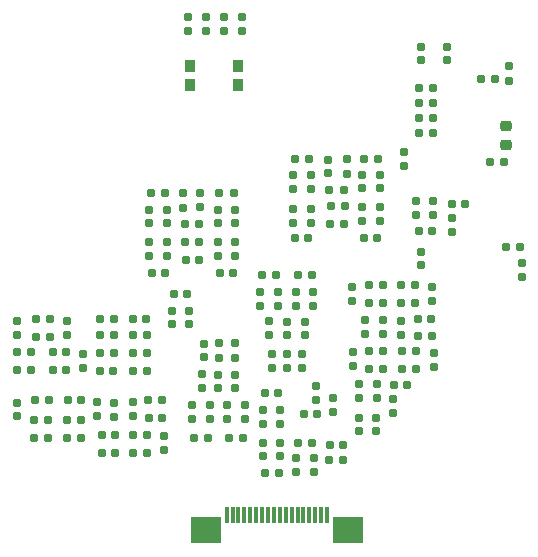
<source format=gbr>
%TF.GenerationSoftware,KiCad,Pcbnew,7.0.1*%
%TF.CreationDate,2023-04-30T22:37:30+01:00*%
%TF.ProjectId,left_main,6c656674-5f6d-4616-996e-2e6b69636164,rev?*%
%TF.SameCoordinates,Original*%
%TF.FileFunction,Paste,Top*%
%TF.FilePolarity,Positive*%
%FSLAX46Y46*%
G04 Gerber Fmt 4.6, Leading zero omitted, Abs format (unit mm)*
G04 Created by KiCad (PCBNEW 7.0.1) date 2023-04-30 22:37:30*
%MOMM*%
%LPD*%
G01*
G04 APERTURE LIST*
G04 Aperture macros list*
%AMRoundRect*
0 Rectangle with rounded corners*
0 $1 Rounding radius*
0 $2 $3 $4 $5 $6 $7 $8 $9 X,Y pos of 4 corners*
0 Add a 4 corners polygon primitive as box body*
4,1,4,$2,$3,$4,$5,$6,$7,$8,$9,$2,$3,0*
0 Add four circle primitives for the rounded corners*
1,1,$1+$1,$2,$3*
1,1,$1+$1,$4,$5*
1,1,$1+$1,$6,$7*
1,1,$1+$1,$8,$9*
0 Add four rect primitives between the rounded corners*
20,1,$1+$1,$2,$3,$4,$5,0*
20,1,$1+$1,$4,$5,$6,$7,0*
20,1,$1+$1,$6,$7,$8,$9,0*
20,1,$1+$1,$8,$9,$2,$3,0*%
G04 Aperture macros list end*
%ADD10RoundRect,0.155000X-0.212500X-0.155000X0.212500X-0.155000X0.212500X0.155000X-0.212500X0.155000X0*%
%ADD11RoundRect,0.155000X0.155000X-0.212500X0.155000X0.212500X-0.155000X0.212500X-0.155000X-0.212500X0*%
%ADD12RoundRect,0.160000X-0.160000X0.197500X-0.160000X-0.197500X0.160000X-0.197500X0.160000X0.197500X0*%
%ADD13RoundRect,0.155000X0.212500X0.155000X-0.212500X0.155000X-0.212500X-0.155000X0.212500X-0.155000X0*%
%ADD14RoundRect,0.155000X-0.155000X0.212500X-0.155000X-0.212500X0.155000X-0.212500X0.155000X0.212500X0*%
%ADD15RoundRect,0.160000X0.197500X0.160000X-0.197500X0.160000X-0.197500X-0.160000X0.197500X-0.160000X0*%
%ADD16R,0.304800X1.397000*%
%ADD17R,2.641600X2.311400*%
%ADD18RoundRect,0.160000X-0.197500X-0.160000X0.197500X-0.160000X0.197500X0.160000X-0.197500X0.160000X0*%
%ADD19RoundRect,0.160000X0.160000X-0.197500X0.160000X0.197500X-0.160000X0.197500X-0.160000X-0.197500X0*%
%ADD20R,0.900000X1.000000*%
%ADD21RoundRect,0.218750X-0.256250X0.218750X-0.256250X-0.218750X0.256250X-0.218750X0.256250X0.218750X0*%
G04 APERTURE END LIST*
D10*
%TO.C,C16*%
X70298500Y-67564000D03*
X71433500Y-67564000D03*
%TD*%
D11*
%TO.C,C42*%
X64482500Y-51417500D03*
X64482500Y-50282500D03*
%TD*%
D12*
%TO.C,R48*%
X58715000Y-53002500D03*
X58715000Y-54197500D03*
%TD*%
D10*
%TO.C,C66*%
X57151250Y-67902500D03*
X58286250Y-67902500D03*
%TD*%
D13*
%TO.C,C74*%
X51436250Y-66400000D03*
X50301250Y-66400000D03*
%TD*%
D11*
%TO.C,C56*%
X62302500Y-67967500D03*
X62302500Y-66832500D03*
%TD*%
D14*
%TO.C,C5*%
X82442500Y-36507000D03*
X82442500Y-37642000D03*
%TD*%
D15*
%TO.C,R28*%
X76962000Y-62230000D03*
X75767000Y-62230000D03*
%TD*%
D11*
%TO.C,C18*%
X68302000Y-71135500D03*
X68302000Y-70000500D03*
%TD*%
D10*
%TO.C,C23*%
X77918500Y-65151000D03*
X79053500Y-65151000D03*
%TD*%
D16*
%TO.C,J1*%
X63750001Y-76154500D03*
X64250000Y-76154500D03*
X64750001Y-76154500D03*
X65250000Y-76154500D03*
X65750002Y-76154500D03*
X66250001Y-76154500D03*
X66750000Y-76154500D03*
X67250002Y-76154500D03*
X67750000Y-76154500D03*
X68250002Y-76154500D03*
X68750001Y-76154500D03*
X69250000Y-76154500D03*
X69750002Y-76154500D03*
X70250001Y-76154500D03*
X70750002Y-76154500D03*
X71250001Y-76154500D03*
X71750000Y-76154500D03*
X72250002Y-76154500D03*
D17*
X74032500Y-77399100D03*
X61967500Y-77399100D03*
%TD*%
D15*
%TO.C,R54*%
X47197500Y-63852500D03*
X46002500Y-63852500D03*
%TD*%
D10*
%TO.C,C53*%
X57397500Y-55600000D03*
X58532500Y-55600000D03*
%TD*%
D18*
%TO.C,R58*%
X46002500Y-62352500D03*
X47197500Y-62352500D03*
%TD*%
D10*
%TO.C,C2*%
X80063000Y-41240500D03*
X81198000Y-41240500D03*
%TD*%
D19*
%TO.C,R15*%
X66802000Y-68415500D03*
X66802000Y-67220500D03*
%TD*%
D10*
%TO.C,C26*%
X78547000Y-56666000D03*
X79682000Y-56666000D03*
%TD*%
D14*
%TO.C,C4*%
X80192500Y-36507000D03*
X80192500Y-37642000D03*
%TD*%
D19*
%TO.C,R4*%
X88750000Y-56000000D03*
X88750000Y-54805000D03*
%TD*%
D18*
%TO.C,R38*%
X72554500Y-49975000D03*
X73749500Y-49975000D03*
%TD*%
D10*
%TO.C,C57*%
X60265000Y-54500000D03*
X61400000Y-54500000D03*
%TD*%
D14*
%TO.C,C14*%
X70100000Y-62530000D03*
X70100000Y-63665000D03*
%TD*%
D10*
%TO.C,C67*%
X55835000Y-62400000D03*
X56970000Y-62400000D03*
%TD*%
D11*
%TO.C,C51*%
X58715000Y-51417500D03*
X58715000Y-50282500D03*
%TD*%
D18*
%TO.C,R31*%
X75767000Y-63754000D03*
X76962000Y-63754000D03*
%TD*%
D14*
%TO.C,C21*%
X69644000Y-71330000D03*
X69644000Y-72465000D03*
%TD*%
D10*
%TO.C,C64*%
X53186250Y-69350000D03*
X54321250Y-69350000D03*
%TD*%
D19*
%TO.C,R75*%
X81200000Y-50697500D03*
X81200000Y-49502500D03*
%TD*%
D15*
%TO.C,R64*%
X54250000Y-62400000D03*
X53055000Y-62400000D03*
%TD*%
D14*
%TO.C,C48*%
X63802500Y-66832500D03*
X63802500Y-67967500D03*
%TD*%
D11*
%TO.C,C46*%
X61467500Y-50007500D03*
X61467500Y-48872500D03*
%TD*%
D18*
%TO.C,R45*%
X60237500Y-51500000D03*
X61432500Y-51500000D03*
%TD*%
D13*
%TO.C,C63*%
X50167500Y-62352500D03*
X49032500Y-62352500D03*
%TD*%
D14*
%TO.C,C22*%
X76430000Y-67885500D03*
X76430000Y-69020500D03*
%TD*%
D12*
%TO.C,R61*%
X55786250Y-66555000D03*
X55786250Y-67750000D03*
%TD*%
D18*
%TO.C,R62*%
X47600000Y-59497500D03*
X48795000Y-59497500D03*
%TD*%
%TO.C,R39*%
X75348500Y-45959500D03*
X76543500Y-45959500D03*
%TD*%
D15*
%TO.C,R49*%
X62147500Y-69600000D03*
X60952500Y-69600000D03*
%TD*%
D19*
%TO.C,R69*%
X52786250Y-67765000D03*
X52786250Y-66570000D03*
%TD*%
D12*
%TO.C,R6*%
X67600000Y-62500000D03*
X67600000Y-63695000D03*
%TD*%
D11*
%TO.C,C12*%
X67352500Y-60867500D03*
X67352500Y-59732500D03*
%TD*%
D13*
%TO.C,C20*%
X68119500Y-65818000D03*
X66984500Y-65818000D03*
%TD*%
D14*
%TO.C,C15*%
X72750000Y-66234500D03*
X72750000Y-67369500D03*
%TD*%
D15*
%TO.C,R66*%
X54250000Y-59500000D03*
X53055000Y-59500000D03*
%TD*%
%TO.C,R63*%
X58316250Y-66402500D03*
X57121250Y-66402500D03*
%TD*%
D13*
%TO.C,C72*%
X51403750Y-68100000D03*
X50268750Y-68100000D03*
%TD*%
D15*
%TO.C,R35*%
X73648000Y-48615500D03*
X72453000Y-48615500D03*
%TD*%
D10*
%TO.C,C29*%
X79950500Y-59537500D03*
X81085500Y-59537500D03*
%TD*%
D19*
%TO.C,R44*%
X64452500Y-62797500D03*
X64452500Y-61602500D03*
%TD*%
%TO.C,R26*%
X78518000Y-60897000D03*
X78518000Y-59702000D03*
%TD*%
D14*
%TO.C,C49*%
X64452500Y-64232500D03*
X64452500Y-65367500D03*
%TD*%
D10*
%TO.C,C68*%
X50268750Y-69600000D03*
X51403750Y-69600000D03*
%TD*%
D19*
%TO.C,R19*%
X76454000Y-66256500D03*
X76454000Y-65061500D03*
%TD*%
D12*
%TO.C,R32*%
X69342000Y-50187500D03*
X69342000Y-51382500D03*
%TD*%
D11*
%TO.C,C1*%
X78800000Y-46535000D03*
X78800000Y-45400000D03*
%TD*%
D15*
%TO.C,R50*%
X61430000Y-53000000D03*
X60235000Y-53000000D03*
%TD*%
D10*
%TO.C,C30*%
X78621000Y-62254000D03*
X79756000Y-62254000D03*
%TD*%
D14*
%TO.C,C54*%
X60550000Y-58832500D03*
X60550000Y-59967500D03*
%TD*%
D19*
%TO.C,R40*%
X76708000Y-51231000D03*
X76708000Y-50036000D03*
%TD*%
D12*
%TO.C,R21*%
X74954000Y-65061500D03*
X74954000Y-66256500D03*
%TD*%
D19*
%TO.C,R41*%
X62982500Y-54197500D03*
X62982500Y-53002500D03*
%TD*%
D15*
%TO.C,R59*%
X57033750Y-69350000D03*
X55838750Y-69350000D03*
%TD*%
D12*
%TO.C,R24*%
X81114500Y-56818500D03*
X81114500Y-58013500D03*
%TD*%
D10*
%TO.C,C35*%
X69524500Y-52697500D03*
X70659500Y-52697500D03*
%TD*%
D13*
%TO.C,C47*%
X60405165Y-57400000D03*
X59270165Y-57400000D03*
%TD*%
D18*
%TO.C,R55*%
X55838750Y-70850000D03*
X57033750Y-70850000D03*
%TD*%
D15*
%TO.C,R5*%
X81228000Y-43740500D03*
X80033000Y-43740500D03*
%TD*%
D13*
%TO.C,C41*%
X73660000Y-51499000D03*
X72525000Y-51499000D03*
%TD*%
D19*
%TO.C,R42*%
X63100000Y-62797500D03*
X63100000Y-61602500D03*
%TD*%
D11*
%TO.C,C9*%
X68100000Y-58417500D03*
X68100000Y-57282500D03*
%TD*%
D18*
%TO.C,R71*%
X47438750Y-68100000D03*
X48633750Y-68100000D03*
%TD*%
D14*
%TO.C,C40*%
X76708000Y-47316000D03*
X76708000Y-48451000D03*
%TD*%
D18*
%TO.C,R1*%
X86033000Y-46240500D03*
X87228000Y-46240500D03*
%TD*%
D14*
%TO.C,C19*%
X66802000Y-70000500D03*
X66802000Y-71135500D03*
%TD*%
D13*
%TO.C,C32*%
X79756000Y-63754000D03*
X78621000Y-63754000D03*
%TD*%
D11*
%TO.C,C62*%
X58436250Y-70600000D03*
X58436250Y-69465000D03*
%TD*%
%TO.C,C37*%
X72288500Y-47183000D03*
X72288500Y-46048000D03*
%TD*%
D15*
%TO.C,R68*%
X57000000Y-63900000D03*
X55805000Y-63900000D03*
%TD*%
D19*
%TO.C,R74*%
X79800000Y-50697500D03*
X79800000Y-49502500D03*
%TD*%
D10*
%TO.C,C6*%
X87432500Y-53402500D03*
X88567500Y-53402500D03*
%TD*%
%TO.C,C44*%
X63165000Y-55600000D03*
X64300000Y-55600000D03*
%TD*%
D11*
%TO.C,C31*%
X74422000Y-63500000D03*
X74422000Y-62365000D03*
%TD*%
D15*
%TO.C,R14*%
X68149500Y-72568000D03*
X66954500Y-72568000D03*
%TD*%
D12*
%TO.C,R56*%
X51600000Y-62505000D03*
X51600000Y-63700000D03*
%TD*%
D15*
%TO.C,R47*%
X65147500Y-69600000D03*
X63952500Y-69600000D03*
%TD*%
D13*
%TO.C,C77*%
X81198000Y-39990500D03*
X80063000Y-39990500D03*
%TD*%
D14*
%TO.C,C13*%
X70352500Y-59765000D03*
X70352500Y-60900000D03*
%TD*%
%TO.C,C10*%
X69600000Y-57282500D03*
X69600000Y-58417500D03*
%TD*%
%TO.C,C45*%
X62982500Y-50282500D03*
X62982500Y-51417500D03*
%TD*%
D18*
%TO.C,R33*%
X69494500Y-45947500D03*
X70689500Y-45947500D03*
%TD*%
D11*
%TO.C,C24*%
X74930000Y-69020500D03*
X74930000Y-67885500D03*
%TD*%
D12*
%TO.C,R72*%
X61976000Y-33946500D03*
X61976000Y-35141500D03*
%TD*%
D19*
%TO.C,R20*%
X77851000Y-67526500D03*
X77851000Y-66331500D03*
%TD*%
D11*
%TO.C,C34*%
X69342000Y-48505000D03*
X69342000Y-47370000D03*
%TD*%
D19*
%TO.C,R30*%
X81280000Y-63589500D03*
X81280000Y-62394500D03*
%TD*%
D12*
%TO.C,R2*%
X87630500Y-38143000D03*
X87630500Y-39338000D03*
%TD*%
D18*
%TO.C,R25*%
X75767000Y-58166000D03*
X76962000Y-58166000D03*
%TD*%
D19*
%TO.C,R7*%
X68850000Y-63695000D03*
X68850000Y-62500000D03*
%TD*%
D12*
%TO.C,R73*%
X60452000Y-33946500D03*
X60452000Y-35141500D03*
%TD*%
%TO.C,R36*%
X73914000Y-46018000D03*
X73914000Y-47213000D03*
%TD*%
D13*
%TO.C,C28*%
X79682000Y-58166000D03*
X78547000Y-58166000D03*
%TD*%
D15*
%TO.C,R22*%
X73622500Y-71501000D03*
X72427500Y-71501000D03*
%TD*%
D19*
%TO.C,R43*%
X65302500Y-67997500D03*
X65302500Y-66802500D03*
%TD*%
D15*
%TO.C,R67*%
X48698750Y-66400000D03*
X47503750Y-66400000D03*
%TD*%
D13*
%TO.C,C75*%
X81167500Y-52100000D03*
X80032500Y-52100000D03*
%TD*%
D10*
%TO.C,C59*%
X49032500Y-63852500D03*
X50167500Y-63852500D03*
%TD*%
D19*
%TO.C,R17*%
X71144000Y-72495000D03*
X71144000Y-71300000D03*
%TD*%
D14*
%TO.C,C78*%
X63500000Y-33976500D03*
X63500000Y-35111500D03*
%TD*%
D13*
%TO.C,C25*%
X73592500Y-70231000D03*
X72457500Y-70231000D03*
%TD*%
D12*
%TO.C,R46*%
X60085000Y-48902500D03*
X60085000Y-50097500D03*
%TD*%
D14*
%TO.C,C79*%
X65083500Y-33976500D03*
X65083500Y-35111500D03*
%TD*%
D11*
%TO.C,C58*%
X59150000Y-59967500D03*
X59150000Y-58832500D03*
%TD*%
D19*
%TO.C,R52*%
X57215000Y-54197500D03*
X57215000Y-53002500D03*
%TD*%
D11*
%TO.C,C38*%
X75184000Y-48451000D03*
X75184000Y-47316000D03*
%TD*%
D19*
%TO.C,R34*%
X70866000Y-51382500D03*
X70866000Y-50187500D03*
%TD*%
D18*
%TO.C,R51*%
X57367500Y-48850000D03*
X58562500Y-48850000D03*
%TD*%
D12*
%TO.C,R16*%
X68302000Y-67220500D03*
X68302000Y-68415500D03*
%TD*%
D20*
%TO.C,SW2*%
X64750000Y-39700000D03*
X60650000Y-39700000D03*
X64750000Y-38100000D03*
X60650000Y-38100000D03*
%TD*%
D12*
%TO.C,R29*%
X76962000Y-59600500D03*
X76962000Y-60795500D03*
%TD*%
D10*
%TO.C,C69*%
X52995000Y-63900000D03*
X54130000Y-63900000D03*
%TD*%
D11*
%TO.C,C70*%
X46036250Y-67735000D03*
X46036250Y-66600000D03*
%TD*%
%TO.C,C52*%
X61652500Y-65335000D03*
X61652500Y-64200000D03*
%TD*%
%TO.C,C33*%
X75438000Y-60765500D03*
X75438000Y-59630500D03*
%TD*%
D14*
%TO.C,C27*%
X74364500Y-56848500D03*
X74364500Y-57983500D03*
%TD*%
D11*
%TO.C,C76*%
X80200000Y-54967500D03*
X80200000Y-53832500D03*
%TD*%
D13*
%TO.C,C60*%
X54321250Y-70850000D03*
X53186250Y-70850000D03*
%TD*%
D18*
%TO.C,R13*%
X63135000Y-48850000D03*
X64330000Y-48850000D03*
%TD*%
%TO.C,R8*%
X66752500Y-55800000D03*
X67947500Y-55800000D03*
%TD*%
D12*
%TO.C,R37*%
X75184000Y-50036000D03*
X75184000Y-51231000D03*
%TD*%
D14*
%TO.C,C36*%
X70866000Y-47370000D03*
X70866000Y-48505000D03*
%TD*%
%TO.C,C11*%
X68850000Y-59782500D03*
X68850000Y-60917500D03*
%TD*%
D15*
%TO.C,R23*%
X76962000Y-56666000D03*
X75767000Y-56666000D03*
%TD*%
D12*
%TO.C,R10*%
X71100000Y-57252500D03*
X71100000Y-58447500D03*
%TD*%
D11*
%TO.C,C61*%
X46000000Y-60867500D03*
X46000000Y-59732500D03*
%TD*%
D13*
%TO.C,C65*%
X48762500Y-61067500D03*
X47627500Y-61067500D03*
%TD*%
D15*
%TO.C,R18*%
X70967500Y-70044500D03*
X69772500Y-70044500D03*
%TD*%
D19*
%TO.C,R57*%
X54236250Y-67797500D03*
X54236250Y-66602500D03*
%TD*%
%TO.C,R53*%
X60802500Y-67997500D03*
X60802500Y-66802500D03*
%TD*%
D13*
%TO.C,C71*%
X56970000Y-60900000D03*
X55835000Y-60900000D03*
%TD*%
D11*
%TO.C,C7*%
X82800000Y-52129500D03*
X82800000Y-50994500D03*
%TD*%
D12*
%TO.C,R11*%
X66600000Y-57252500D03*
X66600000Y-58447500D03*
%TD*%
D15*
%TO.C,R3*%
X86478000Y-39240500D03*
X85283000Y-39240500D03*
%TD*%
D14*
%TO.C,C55*%
X57215000Y-50282500D03*
X57215000Y-51417500D03*
%TD*%
D18*
%TO.C,R9*%
X69752500Y-55800000D03*
X70947500Y-55800000D03*
%TD*%
D15*
%TO.C,R65*%
X48633750Y-69600000D03*
X47438750Y-69600000D03*
%TD*%
D10*
%TO.C,C39*%
X75378500Y-52633500D03*
X76513500Y-52633500D03*
%TD*%
D21*
%TO.C,D1*%
X87380500Y-43203000D03*
X87380500Y-44778000D03*
%TD*%
D18*
%TO.C,R70*%
X53055000Y-60900000D03*
X54250000Y-60900000D03*
%TD*%
D15*
%TO.C,R27*%
X81115500Y-60960000D03*
X79920500Y-60960000D03*
%TD*%
D11*
%TO.C,C17*%
X71347500Y-66367500D03*
X71347500Y-65232500D03*
%TD*%
D13*
%TO.C,C73*%
X56930000Y-59500000D03*
X55795000Y-59500000D03*
%TD*%
D10*
%TO.C,C3*%
X80063000Y-42490500D03*
X81198000Y-42490500D03*
%TD*%
D12*
%TO.C,R12*%
X64482500Y-53002500D03*
X64482500Y-54197500D03*
%TD*%
D11*
%TO.C,C50*%
X63052500Y-65367500D03*
X63052500Y-64232500D03*
%TD*%
D12*
%TO.C,R60*%
X50195000Y-59700000D03*
X50195000Y-60895000D03*
%TD*%
D14*
%TO.C,C43*%
X61850000Y-61632500D03*
X61850000Y-62767500D03*
%TD*%
D10*
%TO.C,C8*%
X82832500Y-49784000D03*
X83967500Y-49784000D03*
%TD*%
M02*

</source>
